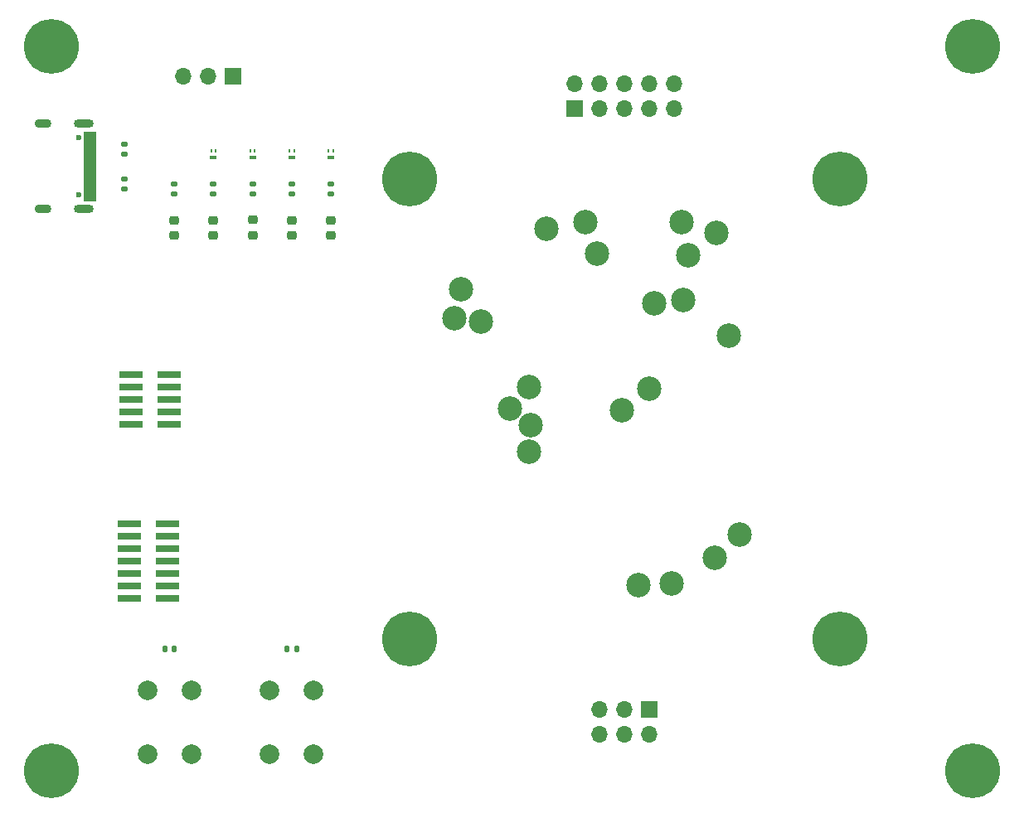
<source format=gbr>
%TF.GenerationSoftware,KiCad,Pcbnew,7.0.1*%
%TF.CreationDate,2023-12-25T16:17:55+00:00*%
%TF.ProjectId,watch_test_rig,77617463-685f-4746-9573-745f7269672e,rev?*%
%TF.SameCoordinates,Original*%
%TF.FileFunction,Soldermask,Top*%
%TF.FilePolarity,Negative*%
%FSLAX46Y46*%
G04 Gerber Fmt 4.6, Leading zero omitted, Abs format (unit mm)*
G04 Created by KiCad (PCBNEW 7.0.1) date 2023-12-25 16:17:55*
%MOMM*%
%LPD*%
G01*
G04 APERTURE LIST*
G04 Aperture macros list*
%AMRoundRect*
0 Rectangle with rounded corners*
0 $1 Rounding radius*
0 $2 $3 $4 $5 $6 $7 $8 $9 X,Y pos of 4 corners*
0 Add a 4 corners polygon primitive as box body*
4,1,4,$2,$3,$4,$5,$6,$7,$8,$9,$2,$3,0*
0 Add four circle primitives for the rounded corners*
1,1,$1+$1,$2,$3*
1,1,$1+$1,$4,$5*
1,1,$1+$1,$6,$7*
1,1,$1+$1,$8,$9*
0 Add four rect primitives between the rounded corners*
20,1,$1+$1,$2,$3,$4,$5,0*
20,1,$1+$1,$4,$5,$6,$7,0*
20,1,$1+$1,$6,$7,$8,$9,0*
20,1,$1+$1,$8,$9,$2,$3,0*%
G04 Aperture macros list end*
%ADD10C,0.010000*%
%ADD11O,1.700000X1.700000*%
%ADD12R,1.700000X1.700000*%
%ADD13RoundRect,0.218750X-0.256250X0.218750X-0.256250X-0.218750X0.256250X-0.218750X0.256250X0.218750X0*%
%ADD14C,2.000000*%
%ADD15RoundRect,0.140000X0.140000X0.170000X-0.140000X0.170000X-0.140000X-0.170000X0.140000X-0.170000X0*%
%ADD16RoundRect,0.135000X0.185000X-0.135000X0.185000X0.135000X-0.185000X0.135000X-0.185000X-0.135000X0*%
%ADD17C,3.600000*%
%ADD18C,5.600000*%
%ADD19C,2.500000*%
%ADD20R,0.250000X0.400000*%
%ADD21R,0.700000X0.400000*%
%ADD22R,2.400000X0.740000*%
%ADD23RoundRect,0.135000X-0.185000X0.135000X-0.185000X-0.135000X0.185000X-0.135000X0.185000X0.135000X0*%
%ADD24C,0.600000*%
%ADD25O,2.000000X0.900000*%
%ADD26O,1.700000X0.900000*%
G04 APERTURE END LIST*
%TO.C,J103*%
D10*
X122470000Y-67350000D02*
X121230000Y-67350000D01*
X121230000Y-66650000D01*
X122470000Y-66650000D01*
X122470000Y-67350000D01*
G36*
X122470000Y-67350000D02*
G01*
X121230000Y-67350000D01*
X121230000Y-66650000D01*
X122470000Y-66650000D01*
X122470000Y-67350000D01*
G37*
X122470000Y-68150000D02*
X121230000Y-68150000D01*
X121230000Y-67450000D01*
X122470000Y-67450000D01*
X122470000Y-68150000D01*
G36*
X122470000Y-68150000D02*
G01*
X121230000Y-68150000D01*
X121230000Y-67450000D01*
X122470000Y-67450000D01*
X122470000Y-68150000D01*
G37*
X122470000Y-68650000D02*
X121230000Y-68650000D01*
X121230000Y-68250000D01*
X122470000Y-68250000D01*
X122470000Y-68650000D01*
G36*
X122470000Y-68650000D02*
G01*
X121230000Y-68650000D01*
X121230000Y-68250000D01*
X122470000Y-68250000D01*
X122470000Y-68650000D01*
G37*
X122470000Y-69150000D02*
X121230000Y-69150000D01*
X121230000Y-68750000D01*
X122470000Y-68750000D01*
X122470000Y-69150000D01*
G36*
X122470000Y-69150000D02*
G01*
X121230000Y-69150000D01*
X121230000Y-68750000D01*
X122470000Y-68750000D01*
X122470000Y-69150000D01*
G37*
X122470000Y-69650000D02*
X121230000Y-69650000D01*
X121230000Y-69250000D01*
X122470000Y-69250000D01*
X122470000Y-69650000D01*
G36*
X122470000Y-69650000D02*
G01*
X121230000Y-69650000D01*
X121230000Y-69250000D01*
X122470000Y-69250000D01*
X122470000Y-69650000D01*
G37*
X122470000Y-70150000D02*
X121230000Y-70150000D01*
X121230000Y-69750000D01*
X122470000Y-69750000D01*
X122470000Y-70150000D01*
G36*
X122470000Y-70150000D02*
G01*
X121230000Y-70150000D01*
X121230000Y-69750000D01*
X122470000Y-69750000D01*
X122470000Y-70150000D01*
G37*
X122470000Y-70650000D02*
X121230000Y-70650000D01*
X121230000Y-70250000D01*
X122470000Y-70250000D01*
X122470000Y-70650000D01*
G36*
X122470000Y-70650000D02*
G01*
X121230000Y-70650000D01*
X121230000Y-70250000D01*
X122470000Y-70250000D01*
X122470000Y-70650000D01*
G37*
X122470000Y-71150000D02*
X121230000Y-71150000D01*
X121230000Y-70750000D01*
X122470000Y-70750000D01*
X122470000Y-71150000D01*
G36*
X122470000Y-71150000D02*
G01*
X121230000Y-71150000D01*
X121230000Y-70750000D01*
X122470000Y-70750000D01*
X122470000Y-71150000D01*
G37*
X122470000Y-71650000D02*
X121230000Y-71650000D01*
X121230000Y-71250000D01*
X122470000Y-71250000D01*
X122470000Y-71650000D01*
G36*
X122470000Y-71650000D02*
G01*
X121230000Y-71650000D01*
X121230000Y-71250000D01*
X122470000Y-71250000D01*
X122470000Y-71650000D01*
G37*
X122470000Y-72150000D02*
X121230000Y-72150000D01*
X121230000Y-71750000D01*
X122470000Y-71750000D01*
X122470000Y-72150000D01*
G36*
X122470000Y-72150000D02*
G01*
X121230000Y-72150000D01*
X121230000Y-71750000D01*
X122470000Y-71750000D01*
X122470000Y-72150000D01*
G37*
X122470000Y-72950000D02*
X121230000Y-72950000D01*
X121230000Y-72250000D01*
X122470000Y-72250000D01*
X122470000Y-72950000D01*
G36*
X122470000Y-72950000D02*
G01*
X121230000Y-72950000D01*
X121230000Y-72250000D01*
X122470000Y-72250000D01*
X122470000Y-72950000D01*
G37*
X122470000Y-73750000D02*
X121230000Y-73750000D01*
X121230000Y-73050000D01*
X122470000Y-73050000D01*
X122470000Y-73750000D01*
G36*
X122470000Y-73750000D02*
G01*
X121230000Y-73750000D01*
X121230000Y-73050000D01*
X122470000Y-73050000D01*
X122470000Y-73750000D01*
G37*
%TD*%
D11*
%TO.C,J106*%
X181585000Y-61735000D03*
X181585000Y-64275000D03*
X179045000Y-61735000D03*
X179045000Y-64275000D03*
X176505000Y-61735000D03*
X176505000Y-64275000D03*
X173965000Y-61735000D03*
X173965000Y-64275000D03*
X171425000Y-61735000D03*
D12*
X171425000Y-64275000D03*
%TD*%
D13*
%TO.C,D104*%
X130500000Y-75712500D03*
X130500000Y-77287500D03*
%TD*%
D14*
%TO.C,SW102*%
X127750000Y-130250000D03*
X127750000Y-123750000D03*
X132250000Y-130250000D03*
X132250000Y-123750000D03*
%TD*%
D15*
%TO.C,C101*%
X142980000Y-119500000D03*
X142020000Y-119500000D03*
%TD*%
D16*
%TO.C,R104*%
X130500000Y-73010000D03*
X130500000Y-71990000D03*
%TD*%
D17*
%TO.C,H108*%
X198500000Y-118500000D03*
D18*
X198500000Y-118500000D03*
%TD*%
D13*
%TO.C,D102*%
X138500000Y-77277500D03*
X138500000Y-75702500D03*
%TD*%
D19*
%TO.C,PP116*%
X187100000Y-87500000D03*
%TD*%
%TO.C,PP107*%
X176200000Y-95100000D03*
%TD*%
D14*
%TO.C,SW101*%
X140250000Y-130250000D03*
X140250000Y-123750000D03*
X144750000Y-130250000D03*
X144750000Y-123750000D03*
%TD*%
D20*
%TO.C,Q102*%
X138725000Y-68650000D03*
X138275000Y-68650000D03*
D21*
X138500000Y-69350000D03*
%TD*%
D20*
%TO.C,Q104*%
X146725000Y-68650000D03*
X146275000Y-68650000D03*
D21*
X146500000Y-69350000D03*
%TD*%
D12*
%TO.C,SW103*%
X136540000Y-61000000D03*
D11*
X134000000Y-61000000D03*
X131460000Y-61000000D03*
%TD*%
D17*
%TO.C,H106*%
X198500000Y-71500000D03*
D18*
X198500000Y-71500000D03*
%TD*%
D13*
%TO.C,D103*%
X142500000Y-75712500D03*
X142500000Y-77287500D03*
%TD*%
D19*
%TO.C,PP111*%
X182300000Y-75900000D03*
%TD*%
D15*
%TO.C,C102*%
X130480000Y-119500000D03*
X129520000Y-119500000D03*
%TD*%
D19*
%TO.C,PP110*%
X185900000Y-77000000D03*
%TD*%
D17*
%TO.C,H104*%
X118000000Y-58000000D03*
D18*
X118000000Y-58000000D03*
%TD*%
D17*
%TO.C,H102*%
X212000000Y-132000000D03*
D18*
X212000000Y-132000000D03*
%TD*%
D16*
%TO.C,R102*%
X138500000Y-73010000D03*
X138500000Y-71990000D03*
%TD*%
D19*
%TO.C,PP112*%
X183000000Y-79300000D03*
%TD*%
D22*
%TO.C,J101*%
X125950000Y-106730000D03*
X129850000Y-106730000D03*
X125950000Y-108000000D03*
X129850000Y-108000000D03*
X125950000Y-109270000D03*
X129850000Y-109270000D03*
X125950000Y-110540000D03*
X129850000Y-110540000D03*
X125950000Y-111810000D03*
X129850000Y-111810000D03*
X125950000Y-113080000D03*
X129850000Y-113080000D03*
X125950000Y-114350000D03*
X129850000Y-114350000D03*
%TD*%
D19*
%TO.C,PP114*%
X164800000Y-95000000D03*
%TD*%
D23*
%TO.C,R107*%
X125400000Y-69000000D03*
X125400000Y-67980000D03*
%TD*%
D12*
%TO.C,J105*%
X179025000Y-125725000D03*
D11*
X179025000Y-128265000D03*
X176485000Y-125725000D03*
X176485000Y-128265000D03*
X173945000Y-125725000D03*
X173945000Y-128265000D03*
%TD*%
D13*
%TO.C,D101*%
X134500000Y-75712500D03*
X134500000Y-77287500D03*
%TD*%
D19*
%TO.C,PP119*%
X168500000Y-76600000D03*
%TD*%
D17*
%TO.C,H103*%
X118000000Y-132000000D03*
D18*
X118000000Y-132000000D03*
%TD*%
D19*
%TO.C,PP122*%
X181300000Y-112800000D03*
%TD*%
D22*
%TO.C,J102*%
X126050000Y-91460000D03*
X129950000Y-91460000D03*
X126050000Y-92730000D03*
X129950000Y-92730000D03*
X126050000Y-94000000D03*
X129950000Y-94000000D03*
X126050000Y-95270000D03*
X129950000Y-95270000D03*
X126050000Y-96540000D03*
X129950000Y-96540000D03*
%TD*%
D17*
%TO.C,H107*%
X154500000Y-118500000D03*
D18*
X154500000Y-118500000D03*
%TD*%
D19*
%TO.C,PP108*%
X159800000Y-82800000D03*
%TD*%
D16*
%TO.C,R105*%
X146500000Y-73010000D03*
X146500000Y-71990000D03*
%TD*%
%TO.C,R106*%
X125400000Y-71490000D03*
X125400000Y-72510000D03*
%TD*%
%TO.C,R101*%
X134500000Y-73010000D03*
X134500000Y-71990000D03*
%TD*%
D19*
%TO.C,PP120*%
X185700000Y-110200000D03*
%TD*%
D20*
%TO.C,Q103*%
X142725000Y-68650000D03*
X142275000Y-68650000D03*
D21*
X142500000Y-69350000D03*
%TD*%
D19*
%TO.C,PP113*%
X161800000Y-86100000D03*
%TD*%
D13*
%TO.C,D105*%
X146500000Y-77287500D03*
X146500000Y-75712500D03*
%TD*%
D19*
%TO.C,PP118*%
X172500000Y-75900000D03*
%TD*%
%TO.C,PP105*%
X179000000Y-92900000D03*
%TD*%
%TO.C,PP101*%
X166900000Y-96700000D03*
%TD*%
%TO.C,PP115*%
X182500000Y-83900000D03*
%TD*%
D17*
%TO.C,H105*%
X154500000Y-71500000D03*
D18*
X154500000Y-71500000D03*
%TD*%
D19*
%TO.C,PP102*%
X166700000Y-99400000D03*
%TD*%
%TO.C,PP106*%
X159100000Y-85700000D03*
%TD*%
%TO.C,PP121*%
X188200000Y-107800000D03*
%TD*%
D24*
%TO.C,J103*%
X120780000Y-67310000D03*
X120780000Y-73090000D03*
D25*
X121270000Y-65875000D03*
X121270000Y-74525000D03*
D26*
X117100000Y-65875000D03*
X117100000Y-74525000D03*
%TD*%
D17*
%TO.C,H101*%
X212000000Y-58000000D03*
D18*
X212000000Y-58000000D03*
%TD*%
D19*
%TO.C,PP104*%
X179500000Y-84200000D03*
%TD*%
%TO.C,PP117*%
X177900000Y-113000000D03*
%TD*%
%TO.C,PP103*%
X166700000Y-92800000D03*
%TD*%
%TO.C,PP109*%
X173700000Y-79100000D03*
%TD*%
D16*
%TO.C,R103*%
X142500000Y-73010000D03*
X142500000Y-71990000D03*
%TD*%
D20*
%TO.C,Q101*%
X134725000Y-68650000D03*
X134275000Y-68650000D03*
D21*
X134500000Y-69350000D03*
%TD*%
M02*

</source>
